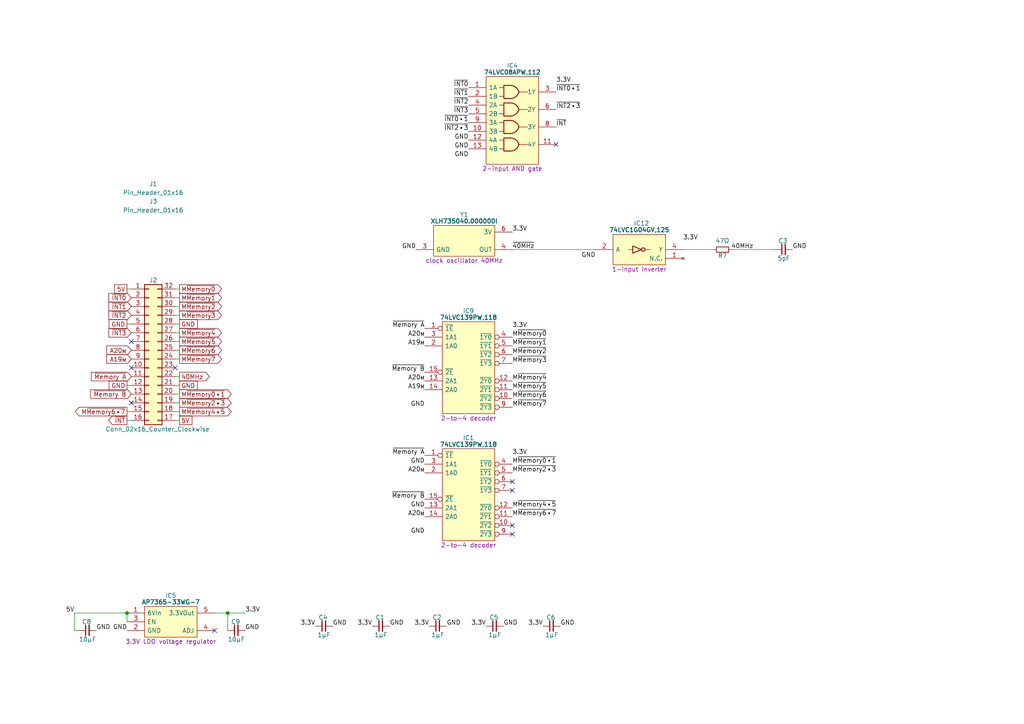
<source format=kicad_sch>
(kicad_sch (version 20250114) (generator "eeschema") (generator_version "9.0")
  (paper "A4")
  (title_block (title "Coprocessor Memory Select") (date "2025-06-17") (rev "V0"))
  (lib_symbols
    (symbol "Connector_Generic:Conn_02x16_Counter_Clockwise" (pin_names (offset 1.016) (hide yes))
      (property "Reference" "J" (at 1.27 20.32 0))
      (property "Value" "Conn_02x16_Counter_Clockwise" (at 1.27 -22.86 0))
      (symbol "Conn_02x16_Counter_Clockwise_1_1"
        (rectangle (start -1.27 19.05) (end 3.81 -21.59) (stroke (width 0.254)) (fill (type background)))
        (rectangle (start -1.27 17.907) (end 0 17.653) (stroke (width 0.1524)))
        (rectangle (start -1.27 15.367) (end 0 15.113) (stroke (width 0.1524)))
        (rectangle (start -1.27 12.827) (end 0 12.573) (stroke (width 0.1524)))
        (rectangle (start -1.27 10.287) (end 0 10.033) (stroke (width 0.1524)))
        (rectangle (start -1.27 7.747) (end 0 7.493) (stroke (width 0.1524)))
        (rectangle (start -1.27 5.207) (end 0 4.953) (stroke (width 0.1524)))
        (rectangle (start -1.27 2.667) (end 0 2.413) (stroke (width 0.1524)))
        (rectangle (start -1.27 0.127) (end 0 -0.127) (stroke (width 0.1524)))
        (rectangle (start -1.27 -2.413) (end 0 -2.667) (stroke (width 0.1524)))
        (rectangle (start -1.27 -4.953) (end 0 -5.207) (stroke (width 0.1524)))
        (rectangle (start -1.27 -7.493) (end 0 -7.747) (stroke (width 0.1524)))
        (rectangle (start -1.27 -10.033) (end 0 -10.287) (stroke (width 0.1524)))
        (rectangle (start -1.27 -12.573) (end 0 -12.827) (stroke (width 0.1524)))
        (rectangle (start -1.27 -15.113) (end 0 -15.367) (stroke (width 0.1524)))
        (rectangle (start -1.27 -17.653) (end 0 -17.907) (stroke (width 0.1524)))
        (rectangle (start -1.27 -20.193) (end 0 -20.447) (stroke (width 0.1524)))
        (rectangle (start 3.81 17.907) (end 2.54 17.653) (stroke (width 0.1524)))
        (rectangle (start 3.81 15.367) (end 2.54 15.113) (stroke (width 0.1524)))
        (rectangle (start 3.81 12.827) (end 2.54 12.573) (stroke (width 0.1524)))
        (rectangle (start 3.81 10.287) (end 2.54 10.033) (stroke (width 0.1524)))
        (rectangle (start 3.81 7.747) (end 2.54 7.493) (stroke (width 0.1524)))
        (rectangle (start 3.81 5.207) (end 2.54 4.953) (stroke (width 0.1524)))
        (rectangle (start 3.81 2.667) (end 2.54 2.413) (stroke (width 0.1524)))
        (rectangle (start 3.81 0.127) (end 2.54 -0.127) (stroke (width 0.1524)))
        (rectangle (start 3.81 -2.413) (end 2.54 -2.667) (stroke (width 0.1524)))
        (rectangle (start 3.81 -4.953) (end 2.54 -5.207) (stroke (width 0.1524)))
        (rectangle (start 3.81 -7.493) (end 2.54 -7.747) (stroke (width 0.1524)))
        (rectangle (start 3.81 -10.033) (end 2.54 -10.287) (stroke (width 0.1524)))
        (rectangle (start 3.81 -12.573) (end 2.54 -12.827) (stroke (width 0.1524)))
        (rectangle (start 3.81 -15.113) (end 2.54 -15.367) (stroke (width 0.1524)))
        (rectangle (start 3.81 -17.653) (end 2.54 -17.907) (stroke (width 0.1524)))
        (rectangle (start 3.81 -20.193) (end 2.54 -20.447) (stroke (width 0.1524)))
        (pin passive line (at -5.08 17.78 0) (length 3.81) (name "Pin_1") (number "1"))
        (pin passive line (at -5.08 15.24 0) (length 3.81) (name "Pin_2") (number "2"))
        (pin passive line (at -5.08 12.7 0) (length 3.81) (name "Pin_3") (number "3"))
        (pin passive line (at -5.08 10.16 0) (length 3.81) (name "Pin_4") (number "4"))
        (pin passive line (at -5.08 7.62 0) (length 3.81) (name "Pin_5") (number "5"))
        (pin passive line (at -5.08 5.08 0) (length 3.81) (name "Pin_6") (number "6"))
        (pin passive line (at -5.08 2.54 0) (length 3.81) (name "Pin_7") (number "7"))
        (pin passive line (at -5.08 0 0) (length 3.81) (name "Pin_8") (number "8"))
        (pin passive line (at -5.08 -2.54 0) (length 3.81) (name "Pin_9") (number "9"))
        (pin passive line (at -5.08 -5.08 0) (length 3.81) (name "Pin_10") (number "10"))
        (pin passive line (at -5.08 -7.62 0) (length 3.81) (name "Pin_11") (number "11"))
        (pin passive line (at -5.08 -10.16 0) (length 3.81) (name "Pin_12") (number "12"))
        (pin passive line (at -5.08 -12.7 0) (length 3.81) (name "Pin_13") (number "13"))
        (pin passive line (at -5.08 -15.24 0) (length 3.81) (name "Pin_14") (number "14"))
        (pin passive line (at -5.08 -17.78 0) (length 3.81) (name "Pin_15") (number "15"))
        (pin passive line (at -5.08 -20.32 0) (length 3.81) (name "Pin_16") (number "16"))
        (pin passive line (at 7.62 17.78 180) (length 3.81) (name "Pin_32") (number "32"))
        (pin passive line (at 7.62 15.24 180) (length 3.81) (name "Pin_31") (number "31"))
        (pin passive line (at 7.62 12.7 180) (length 3.81) (name "Pin_30") (number "30"))
        (pin passive line (at 7.62 10.16 180) (length 3.81) (name "Pin_29") (number "29"))
        (pin passive line (at 7.62 7.62 180) (length 3.81) (name "Pin_28") (number "28"))
        (pin passive line (at 7.62 5.08 180) (length 3.81) (name "Pin_27") (number "27"))
        (pin passive line (at 7.62 2.54 180) (length 3.81) (name "Pin_26") (number "26"))
        (pin passive line (at 7.62 0 180) (length 3.81) (name "Pin_25") (number "25"))
        (pin passive line (at 7.62 -2.54 180) (length 3.81) (name "Pin_24") (number "24"))
        (pin passive line (at 7.62 -5.08 180) (length 3.81) (name "Pin_23") (number "23"))
        (pin passive line (at 7.62 -7.62 180) (length 3.81) (name "Pin_22") (number "22"))
        (pin passive line (at 7.62 -10.16 180) (length 3.81) (name "Pin_21") (number "21"))
        (pin passive line (at 7.62 -12.7 180) (length 3.81) (name "Pin_20") (number "20"))
        (pin passive line (at 7.62 -15.24 180) (length 3.81) (name "Pin_19") (number "19"))
        (pin passive line (at 7.62 -17.78 180) (length 3.81) (name "Pin_18") (number "18"))
        (pin passive line (at 7.62 -20.32 180) (length 3.81) (name "Pin_17") (number "17"))
      )
    )
    (symbol "Diodes_Inc:AP7365-33WG-7" (pin_names (offset 0.762))
      (property "Reference" "IC" (at 12.7 5.08 0))
      (property "Value" "AP7365-33WG-7" (at 12.7 3.175 0))
      (property "Description" "3.3V LDO voltage regulator" (at 12.7 -8.255 0))
      (symbol "AP7365-33WG-7_0_0"
        (pin input line (at 0 -2.54 0) (length 5.08) (name "EN") (number "3"))
        (pin passive line (at 0 -5.08 0) (length 5.08) (name "GND") (number "2"))
        (pin passive line (at 25.4 -5.08 180) (length 5.08) (name "ADJ") (number "4"))
      )
      (symbol "AP7365-33WG-7_0_1"
        (polyline (pts (xy 5.08 1.905) (xy 20.32 1.905) (xy 20.32 -6.985) (xy 5.08 -6.985) (xy 5.08 1.905)) (fill (type background)))
      )
      (symbol "AP7365-33WG-7_1_0"
        (pin passive line (at 0 0 0) (length 5.08) (name "6VIn") (number "1"))
        (pin passive line (at 25.4 0 180) (length 5.08) (name "3.3VOut") (number "5"))
      )
    )
    (symbol "HCP65:C_0805" (pin_numbers (hide yes)) (pin_names (offset 0.254) (hide yes))
      (property "Reference" "C" (at 2.286 2.54 0))
      (property "Value" "?μF" (at 2.54 -2.54 0))
      (symbol "C_0805_0_1"
        (polyline (pts (xy 1.9685 -1.4605) (xy 1.9685 1.5875)) (stroke (width 0.3048)))
        (polyline (pts (xy 2.9845 -1.4605) (xy 2.9845 1.5875)) (stroke (width 0.3302)))
      )
      (symbol "C_0805_1_1"
        (pin passive line (at 0 0 0) (length 2.032) (name "~") (number "1"))
        (pin passive line (at 5.08 0 180) (length 2.032) (name "~") (number "2"))
      )
    )
    (symbol "HCP65:Pin_Header_01x32" (pin_names (offset 1.016) (hide yes))
      (property "Reference" "J" (at 0 1.27 0))
      (property "Value" "Pin_Header_01x32" (at 0 -1.27 0))
    )
    (symbol "HCP65:R_0805" (pin_numbers (hide yes)) (pin_names (hide yes))
      (property "Reference" "R" (at 2.54 1.778 0))
      (property "Value" "?Ω" (at 2.54 -1.905 0))
      (symbol "R_0805_0_1"
        (rectangle (start 0.762 0.762) (end 4.318 -0.762) (stroke (width 0.2032)))
      )
      (symbol "R_0805_1_1"
        (pin passive line (at 0 0 0) (length 0.72) (name "~") (number "1"))
        (pin passive line (at 5.08 0 180) (length 0.72) (name "~") (number "2"))
      )
    )
    (symbol "Nexperia:74LVC08APW,112" (pin_names (offset 0.762))
      (property "Reference" "IC" (at 12.7 6.35 0))
      (property "Value" "74LVC08APW,112" (at 12.7 4.445 0))
      (property "Description" "2-input AND gate" (at 12.7 -23.495 0))
      (symbol "74LVC08APW,112_0_0"
        (pin input line (at 0 0 0) (length 5.08) (name "1A") (number "1"))
        (pin input line (at 0 -2.54 0) (length 5.08) (name "1B") (number "2"))
        (pin input line (at 0 -5.08 0) (length 5.08) (name "2A") (number "4"))
        (pin input line (at 0 -7.62 0) (length 5.08) (name "2B") (number "5"))
        (pin input line (at 0 -10.16 0) (length 5.08) (name "3A") (number "9"))
        (pin input line (at 0 -12.7 0) (length 5.08) (name "3B") (number "10"))
        (pin input line (at 0 -15.24 0) (length 5.08) (name "4A") (number "12"))
        (pin input line (at 0 -17.78 0) (length 5.08) (name "4B") (number "13"))
        (pin passive line (at 0 -20.32 0) (length 5.08) (hide yes) (name "GND") (number "7"))
        (pin passive line (at 25.4 1.27 180) (length 5.08) (hide yes) (name "3V") (number "14"))
        (pin passive line (at 25.4 -1.27 180) (length 5.08) (name "1Y") (number "3"))
        (pin output line (at 25.4 -6.35 180) (length 5.08) (name "2Y") (number "6"))
        (pin output line (at 25.4 -11.43 180) (length 5.08) (name "3Y") (number "8"))
        (pin output line (at 25.4 -16.51 180) (length 5.08) (name "4Y") (number "11"))
      )
      (symbol "74LVC08APW,112_0_1"
        (polyline (pts (xy 5.08 3.175) (xy 20.32 3.175) (xy 20.32 -22.225) (xy 5.08 -22.225) (xy 5.08 3.175)) (stroke (width 0.1524)) (fill (type background)))
        (polyline (pts (xy 8.89 0) (xy 10.1599 0)))
        (polyline (pts (xy 8.89 -2.54) (xy 10.1599 -2.54)))
        (polyline (pts (xy 8.89 -5.08) (xy 10.1599 -5.08)))
        (polyline (pts (xy 8.89 -7.62) (xy 10.1599 -7.62)))
        (polyline (pts (xy 8.89 -10.16) (xy 10.1599 -10.16)))
        (polyline (pts (xy 8.89 -12.7) (xy 10.1599 -12.7)))
        (polyline (pts (xy 8.89 -15.24) (xy 10.1599 -15.24)))
        (polyline (pts (xy 8.89 -17.78) (xy 10.1599 -17.78)))
        (polyline (pts (xy 10.248 0.635) (xy 10.248 -3.175)) (stroke (width 0.254)) (fill (type background)))
        (polyline (pts (xy 10.248 -4.445) (xy 10.248 -8.255)) (stroke (width 0.254)) (fill (type background)))
        (polyline (pts (xy 10.248 -9.525) (xy 10.248 -13.335)) (stroke (width 0.254)) (fill (type background)))
        (polyline (pts (xy 10.248 -14.605) (xy 10.248 -18.415)) (stroke (width 0.254)) (fill (type background)))
        (polyline (pts (xy 12.065 0.635) (xy 10.248 0.635)) (stroke (width 0.254)) (fill (type background)))
        (polyline (pts (xy 12.065 -3.175) (xy 10.248 -3.175)) (stroke (width 0.254)) (fill (type background)))
        (polyline (pts (xy 12.065 -4.445) (xy 10.248 -4.445)) (stroke (width 0.254)) (fill (type background)))
        (polyline (pts (xy 12.065 -8.255) (xy 10.248 -8.255)) (stroke (width 0.254)) (fill (type background)))
        (polyline (pts (xy 12.065 -9.525) (xy 10.248 -9.525)) (stroke (width 0.254)) (fill (type background)))
        (polyline (pts (xy 12.065 -13.335) (xy 10.248 -13.335)) (stroke (width 0.254)) (fill (type background)))
        (polyline (pts (xy 12.065 -14.605) (xy 10.248 -14.605)) (stroke (width 0.254)) (fill (type background)))
        (polyline (pts (xy 12.065 -18.415) (xy 10.248 -18.415)) (stroke (width 0.254)) (fill (type background)))
        (arc (start 14.605 -1.27) (mid 13.6635 -2.6605) (end 12.065 -3.175) (stroke (width 0.254)))
        (arc (start 14.605 -6.35) (mid 13.6635 -7.7405) (end 12.065 -8.255) (stroke (width 0.254)))
        (arc (start 14.605 -11.43) (mid 13.6635 -12.8205) (end 12.065 -13.335) (stroke (width 0.254)))
        (arc (start 14.605 -16.51) (mid 13.6635 -17.9005) (end 12.065 -18.415) (stroke (width 0.254)))
        (arc (start 12.065 0.635) (mid 13.6649 0.1222) (end 14.605 -1.27) (stroke (width 0.254)))
        (arc (start 12.065 -4.445) (mid 13.6649 -4.9578) (end 14.605 -6.35) (stroke (width 0.254)))
        (arc (start 12.065 -9.525) (mid 13.6649 -10.0378) (end 14.605 -11.43) (stroke (width 0.254)))
        (arc (start 12.065 -14.605) (mid 13.6649 -15.1178) (end 14.605 -16.51) (stroke (width 0.254)))
        (polyline (pts (xy 14.605 -1.27) (xy 17.145 -1.27)))
        (polyline (pts (xy 14.605 -6.35) (xy 17.145 -6.35)))
        (polyline (pts (xy 14.605 -11.43) (xy 17.145 -11.43)))
        (polyline (pts (xy 14.605 -16.51) (xy 17.145 -16.51)))
      )
    )
    (symbol "Nexperia:74LVC139PW,118" (pin_names (offset 0.762))
      (property "Reference" "IC" (at 12.7 5.08 0))
      (property "Value" "74LVC139PW,118" (at 12.7 3.175 0))
      (property "Description" "2-to-4 decoder" (at 12.7 -26.035 0))
      (symbol "74LVC139PW,118_0_0"
        (pin passive inverted (at 0 0 0) (length 5.08) (name "~{1E}") (number "1"))
        (pin passive line (at 0 -2.54 0) (length 5.08) (name "1A1") (number "3"))
        (pin passive line (at 0 -5.08 0) (length 5.08) (name "1A0") (number "2"))
        (pin passive inverted (at 0 -12.7 0) (length 5.08) (name "~{2E}") (number "15"))
        (pin passive line (at 0 -15.24 0) (length 5.08) (name "2A1") (number "13"))
        (pin passive line (at 0 -17.78 0) (length 5.08) (name "2A0") (number "14"))
        (pin passive line (at 0 -22.86 0) (length 5.08) (hide yes) (name "GND") (number "8"))
        (pin passive line (at 25.4 0 180) (length 5.08) (hide yes) (name "3V") (number "16"))
        (pin passive inverted (at 25.4 -2.54 180) (length 5.08) (name "~{1Y0}") (number "4"))
        (pin passive inverted (at 25.4 -5.08 180) (length 5.08) (name "~{1Y1}") (number "5"))
        (pin passive inverted (at 25.4 -7.62 180) (length 5.08) (name "~{1Y2}") (number "6"))
        (pin passive inverted (at 25.4 -10.16 180) (length 5.08) (name "~{1Y3}") (number "7"))
        (pin passive inverted (at 25.4 -15.24 180) (length 5.08) (name "~{2Y0}") (number "12"))
        (pin passive inverted (at 25.4 -17.78 180) (length 5.08) (name "~{2Y1}") (number "11"))
        (pin passive inverted (at 25.4 -20.32 180) (length 5.08) (name "~{2Y2}") (number "10"))
        (pin passive inverted (at 25.4 -22.86 180) (length 5.08) (name "~{2Y3}") (number "9"))
      )
      (symbol "74LVC139PW,118_0_1"
        (polyline (pts (xy 5.08 1.905) (xy 20.32 1.905) (xy 20.32 -24.765) (xy 5.08 -24.765) (xy 5.08 1.905)) (stroke (width 0.1524)) (fill (type background)))
      )
    )
    (symbol "Nexperia:74LVC1G04GV,125" (pin_names (offset 0.762))
      (property "Reference" "IC" (at 13.335 5.08 0))
      (property "Value" "74LVC1G04GV,125" (at 12.7 3.175 0))
      (property "Description" "1-input inverter" (at 12.7 -8.255 0))
      (symbol "74LVC1G04GV,125_0_0"
        (pin input line (at 0 -2.54 0) (length 5.08) (name "A") (number "2"))
        (pin passive line (at 0 -5.08 0) (length 5.08) (hide yes) (name "GND") (number "3"))
        (pin passive line (at 25.4 0 180) (length 5.08) (hide yes) (name "3V") (number "5"))
        (pin output line (at 25.4 -2.54 180) (length 5.08) (name "Y") (number "4"))
        (pin no_connect line (at 25.4 -5.08 180) (length 5.08) (name "N.C.") (number "1"))
      )
      (symbol "74LVC1G04GV,125_0_1"
        (polyline (pts (xy 5.08 1.905) (xy 20.32 1.905) (xy 20.32 -6.985) (xy 5.08 -6.985) (xy 5.08 1.905)) (stroke (width 0.1524)) (fill (type background)))
        (polyline (pts (xy 9.525 -2.54) (xy 10.7949 -2.54)))
        (rectangle (start 10.795 -1.524) (end 10.795 -3.556) (stroke (width 0.254)) (fill (type background)))
        (polyline (pts (xy 10.795 -3.556) (xy 13.335 -2.54) (xy 10.795 -1.524)) (stroke (width 0.254)))
        (circle (center 13.843 -2.54) (radius 0.508) (stroke (width 0.254)))
        (polyline (pts (xy 14.351 -2.54) (xy 15.875 -2.54)))
      )
    )
    (symbol "Renesas:XLH735040.000000I" (pin_names (offset 0.762))
      (property "Reference" "Y" (at 13.97 5.08 0))
      (property "Value" "XLH735040.000000I" (at 13.97 3.175 0))
      (property "Description" "clock oscillator 40MHz" (at 13.97 -8.255 0))
      (symbol "XLH735040.000000I_0_0"
        (pin no_connect line (at 0 0 0) (length 5.08) (hide yes) (name "E/D") (number "1"))
        (pin no_connect line (at 0 -2.54 0) (length 5.08) (hide yes) (name "NC") (number "2"))
        (pin no_connect line (at 27.94 -2.54 180) (length 5.08) (hide yes) (name "OUT2") (number "5"))
        (pin output line (at 27.94 -5.08 180) (length 5.08) (name "OUT") (number "4"))
      )
      (symbol "XLH735040.000000I_0_1"
        (polyline (pts (xy 5.08 1.905) (xy 22.86 1.905) (xy 22.86 -6.985) (xy 5.08 -6.985) (xy 5.08 1.905)) (stroke (width 0.1524)) (fill (type background)))
      )
      (symbol "XLH735040.000000I_1_0"
        (pin passive line (at 0 -5.08 0) (length 5.08) (name "GND") (number "3"))
        (pin passive line (at 27.94 0 180) (length 5.08) (name "3V") (number "6"))
      )
    )
  )
  (junction (at 36.83 177.8))
  (junction (at 66.04 177.8))
  (no_connect (at 161.29 41.91))
  (no_connect (at 38.1 106.68))
  (no_connect (at 38.1 99.06))
  (no_connect (at 148.59 139.7))
  (no_connect (at 62.23 182.88))
  (no_connect (at 148.59 152.4))
  (no_connect (at 38.1 116.84))
  (no_connect (at 50.8 106.68))
  (no_connect (at 148.59 154.94))
  (no_connect (at 148.59 142.24))
  (wire (pts (xy 198.12 72.39) (xy 207.01 72.39)))
  (wire (pts (xy 36.83 119.38) (xy 38.1 119.38)))
  (wire (pts (xy 66.04 182.88) (xy 66.04 177.8)))
  (wire (pts (xy 212.09 72.39) (xy 224.79 72.39)))
  (wire (pts (xy 21.59 177.8) (xy 36.83 177.8)))
  (wire (pts (xy 52.07 109.22) (xy 50.8 109.22)))
  (wire (pts (xy 36.83 121.92) (xy 38.1 121.92)))
  (wire (pts (xy 52.07 91.44) (xy 50.8 91.44)))
  (wire (pts (xy 36.83 111.76) (xy 38.1 111.76)))
  (wire (pts (xy 36.83 177.8) (xy 36.83 180.34)))
  (wire (pts (xy 52.07 96.52) (xy 50.8 96.52)))
  (wire (pts (xy 52.07 119.38) (xy 50.8 119.38)))
  (wire (pts (xy 52.07 88.9) (xy 50.8 88.9)))
  (wire (pts (xy 52.07 86.36) (xy 50.8 86.36)))
  (wire (pts (xy 52.07 116.84) (xy 50.8 116.84)))
  (wire (pts (xy 52.07 111.76) (xy 50.8 111.76)))
  (wire (pts (xy 36.83 93.98) (xy 38.1 93.98)))
  (wire (pts (xy 62.23 177.8) (xy 66.04 177.8)))
  (wire (pts (xy 52.07 104.14) (xy 50.8 104.14)))
  (wire (pts (xy 52.07 101.6) (xy 50.8 101.6)))
  (wire (pts (xy 21.59 177.8) (xy 21.59 182.88)))
  (wire (pts (xy 52.07 114.3) (xy 50.8 114.3)))
  (wire (pts (xy 52.07 121.92) (xy 50.8 121.92)))
  (wire (pts (xy 52.07 83.82) (xy 50.8 83.82)))
  (wire (pts (xy 21.59 182.88) (xy 22.86 182.88)))
  (wire (pts (xy 52.07 99.06) (xy 50.8 99.06)))
  (wire (pts (xy 52.07 93.98) (xy 50.8 93.98)))
  (wire (pts (xy 66.04 177.8) (xy 71.12 177.8)))
  (wire (pts (xy 36.83 83.82) (xy 38.1 83.82)))
  (wire (pts (xy 148.59 72.39) (xy 172.72 72.39)))
  (label "GND" (at 96.52 181.61 0))
  (label "GND" (at 135.89 45.72 180))
  (label "M~{Memory1}" (at 148.59 100.33 0))
  (label "GND" (at 71.12 182.88 0))
  (label "GND" (at 135.89 43.18 180))
  (label "GND" (at 135.89 40.64 180))
  (label "A19_{M}" (at 123.19 100.33 180))
  (label "A19_{M}" (at 123.19 113.03 180))
  (label "GND" (at 123.19 118.11 180))
  (label "~{INT0•1}" (at 161.29 26.67 0))
  (label "~{INT2}" (at 135.89 30.48 180))
  (label "M~{Memory4•5}" (at 148.59 147.32 0))
  (label "M~{Memory0•1}" (at 148.59 134.62 0))
  (label "~{INT0•1}" (at 135.89 35.56 180))
  (label "GND" (at 27.94 182.88 0))
  (label "5V" (at 21.59 177.8 180))
  (label "M~{Memory7}" (at 148.59 118.11 0))
  (label "~{40MHz}" (at 148.59 72.39 0))
  (label "~{INT3}" (at 135.89 33.02 180))
  (label "M~{Memory2•3}" (at 148.59 137.16 0))
  (label "GND" (at 123.19 147.32 180))
  (label "3.3V" (at 198.12 69.85 0))
  (label "40MHz" (at 212.09 72.39 0))
  (label "M~{Memory6}" (at 148.59 115.57 0))
  (label "GND" (at 120.65 72.39 180))
  (label "GND" (at 36.83 182.88 180))
  (label "A20_{M}" (at 123.19 110.49 180))
  (label "GND" (at 162.56 181.61 0))
  (label "~{INT2•3}" (at 161.29 31.75 0))
  (label "~{Memory B}" (at 123.19 144.78 180))
  (label "GND" (at 129.54 181.61 0))
  (label "A20_{M}" (at 123.19 149.86 180))
  (label "3.3V" (at 148.59 67.31 0))
  (label "3.3V" (at 124.46 181.61 180))
  (label "3.3V" (at 107.95 181.61 180))
  (label "M~{Memory3}" (at 148.59 105.41 0))
  (label "~{Memory A}" (at 123.19 132.08 180))
  (label "GND" (at 123.19 154.94 180))
  (label "M~{Memory4}" (at 148.59 110.49 0))
  (label "GND" (at 123.19 134.62 180))
  (label "M~{Memory2}" (at 148.59 102.87 0))
  (label "GND" (at 172.72 74.93 180))
  (label "M~{Memory5}" (at 148.59 113.03 0))
  (label "GND" (at 146.05 181.61 0))
  (label "3.3V" (at 71.12 177.8 0))
  (label "~{INT1}" (at 135.89 27.94 180))
  (label "~{INT}" (at 161.29 36.83 0))
  (label "~{INT0}" (at 135.89 25.4 180))
  (label "M~{Memory6•7}" (at 148.59 149.86 0))
  (label "A20_{M}" (at 123.19 137.16 180))
  (label "GND" (at 229.87 72.39 0))
  (label "A20_{M}" (at 123.19 97.79 180))
  (label "GND" (at 113.03 181.61 0))
  (label "3.3V" (at 91.44 181.61 180))
  (label "M~{Memory0}" (at 148.59 97.79 0))
  (label "3.3V" (at 161.29 24.13 0))
  (label "~{INT2•3}" (at 135.89 38.1 180))
  (label "~{Memory A}" (at 123.19 95.25 180))
  (label "3.3V" (at 157.48 181.61 180))
  (label "3.3V" (at 148.59 95.25 0))
  (label "3.3V" (at 148.59 132.08 0))
  (label "~{Memory B}" (at 123.19 107.95 180))
  (label "3.3V" (at 140.97 181.61 180))
  (global_label "M~{Memory6}" (shape output) (at 52.07 101.6 0) (property "Intersheetrefs" "${INTERSHEET_REFS}" (effects (hide yes))))
  (global_label "A20_{M}" (shape input) (at 38.1 101.6 180) (property "Intersheetrefs" "${INTERSHEET_REFS}" (effects (hide yes))))
  (global_label "M~{Memory0•1}" (shape output) (at 52.07 114.3 0) (property "Intersheetrefs" "${INTERSHEET_REFS}" (effects (hide yes))))
  (global_label "M~{Memory4}" (shape output) (at 52.07 96.52 0) (property "Intersheetrefs" "${INTERSHEET_REFS}" (effects (hide yes))))
  (global_label "40MHz" (shape output) (at 52.07 109.22 0) (property "Intersheetrefs" "${INTERSHEET_REFS}" (effects (hide yes))))
  (global_label "GND" (shape passive) (at 36.83 111.76 180) (property "Intersheetrefs" "${INTERSHEET_REFS}" (effects (hide yes))))
  (global_label "M~{Memory4•5}" (shape output) (at 52.07 119.38 0) (property "Intersheetrefs" "${INTERSHEET_REFS}" (effects (hide yes))))
  (global_label "M~{Memory7}" (shape output) (at 52.07 104.14 0) (property "Intersheetrefs" "${INTERSHEET_REFS}" (effects (hide yes))))
  (global_label "M~{Memory5}" (shape output) (at 52.07 99.06 0) (property "Intersheetrefs" "${INTERSHEET_REFS}" (effects (hide yes))))
  (global_label "5V" (shape passive) (at 52.07 121.92 0) (property "Intersheetrefs" "${INTERSHEET_REFS}" (effects (hide yes))))
  (global_label "~{INT}" (shape output) (at 36.83 121.92 180) (property "Intersheetrefs" "${INTERSHEET_REFS}" (effects (hide yes))))
  (global_label "GND" (shape passive) (at 36.83 93.98 180) (property "Intersheetrefs" "${INTERSHEET_REFS}" (effects (hide yes))))
  (global_label "5V" (shape passive) (at 36.83 83.82 180) (property "Intersheetrefs" "${INTERSHEET_REFS}" (effects (hide yes))))
  (global_label "~{INT3}" (shape input) (at 38.1 96.52 180) (property "Intersheetrefs" "${INTERSHEET_REFS}" (effects (hide yes))))
  (global_label "M~{Memory3}" (shape output) (at 52.07 91.44 0) (property "Intersheetrefs" "${INTERSHEET_REFS}" (effects (hide yes))))
  (global_label "GND" (shape passive) (at 52.07 93.98 0) (property "Intersheetrefs" "${INTERSHEET_REFS}" (effects (hide yes))))
  (global_label "M~{Memory2•3}" (shape output) (at 52.07 116.84 0) (property "Intersheetrefs" "${INTERSHEET_REFS}" (effects (hide yes))))
  (global_label "M~{Memory6•7}" (shape output) (at 36.83 119.38 180) (property "Intersheetrefs" "${INTERSHEET_REFS}" (effects (hide yes))))
  (global_label "~{INT1}" (shape input) (at 38.1 88.9 180) (property "Intersheetrefs" "${INTERSHEET_REFS}" (effects (hide yes))))
  (global_label "M~{Memory0}" (shape output) (at 52.07 83.82 0) (property "Intersheetrefs" "${INTERSHEET_REFS}" (effects (hide yes))))
  (global_label "GND" (shape passive) (at 52.07 111.76 0) (property "Intersheetrefs" "${INTERSHEET_REFS}" (effects (hide yes))))
  (global_label "M~{Memory2}" (shape output) (at 52.07 88.9 0) (property "Intersheetrefs" "${INTERSHEET_REFS}" (effects (hide yes))))
  (global_label "M~{Memory1}" (shape output) (at 52.07 86.36 0) (property "Intersheetrefs" "${INTERSHEET_REFS}" (effects (hide yes))))
  (global_label "~{Memory A}" (shape input) (at 38.1 109.22 180) (property "Intersheetrefs" "${INTERSHEET_REFS}" (effects (hide yes))))
  (global_label "~{INT2}" (shape input) (at 38.1 91.44 180) (property "Intersheetrefs" "${INTERSHEET_REFS}" (effects (hide yes))))
  (global_label "~{INT0}" (shape input) (at 38.1 86.36 180) (property "Intersheetrefs" "${INTERSHEET_REFS}" (effects (hide yes))))
  (global_label "~{Memory B}" (shape input) (at 38.1 114.3 180) (property "Intersheetrefs" "${INTERSHEET_REFS}" (effects (hide yes))))
  (global_label "A19_{M}" (shape input) (at 38.1 104.14 180) (property "Intersheetrefs" "${INTERSHEET_REFS}" (effects (hide yes))))
  (symbol (lib_id "Nexperia:74LVC1G04GV,125") (at 172.72 69.85 0) (unit 1)
    (property "Reference" "IC12" (at 186.055 64.77 0))
    (property "Value" "74LVC1G04GV,125" (at 185.42 66.675 0) (effects (font (bold yes))))
    (property "Footprint" "SamacSys_Parts:SOT95P275X110-5N" (effects (hide yes)))
    (property "Datasheet" "https://assets.nexperia.com/documents/data-sheet/74LVC1G04.pdf" (effects (hide yes)))
    (property "Description" "1-input inverter" (at 185.42 78.105 0))
    (property "Height" "1.1" (effects (hide yes)))
    (property "Manufacturer_Name" "Nexperia" (effects (hide yes)))
    (property "Manufacturer_Part_Number" "74LVC1G04GV,125" (effects (hide yes)))
    (property "Mouser Part Number" "771-74LVC1G04GV" (effects (hide yes)))
    (property "Mouser Price/Stock" "https://www.mouser.co.uk/ProductDetail/Nexperia/74LVC1G04GV125?qs=me8TqzrmIYW6McwMAxl%2F9w%3D%3D" (effects (hide yes)))
    (property "Silkscreen" "'1G04" (effects (hide yes)))
  )
  (symbol (lib_id "HCP65:C_0805") (at 124.46 181.61 0) (unit 1)
    (property "Reference" "C2" (at 126.746 179.07 0))
    (property "Value" "1μF" (at 127 184.15 0))
    (property "Footprint" "SamacSys_Parts:C_0805" (effects (hide yes)))
  )
  (symbol (lib_id "HCP65:C_0805") (at 91.44 181.61 0) (unit 1)
    (property "Reference" "C4" (at 93.726 179.07 0))
    (property "Value" "1μF" (at 93.98 184.15 0))
    (property "Footprint" "SamacSys_Parts:C_0805" (effects (hide yes)))
  )
  (symbol (lib_id "Nexperia:74LVC139PW,118") (at 123.19 132.08 0) (unit 1)
    (property "Reference" "IC1" (at 135.89 127 0))
    (property "Value" "74LVC139PW,118" (at 135.89 128.905 0) (effects (font (bold yes))))
    (property "Footprint" "SamacSys_Parts:SOP65P640X110-16N" (effects (hide yes)))
    (property "Datasheet" "https://assets.nexperia.com/documents/data-sheet/74LVC139.pdf" (effects (hide yes)))
    (property "Description" "2-to-4 decoder" (at 135.89 158.115 0))
    (property "Height" "1.1" (effects (hide yes)))
    (property "Mouser Part Number" "771-74LVC139PW-T" (effects (hide yes)))
    (property "Mouser Price/Stock" "https://www.mouser.co.uk/ProductDetail/Nexperia/74LVC139PW118?qs=me8TqzrmIYVduxUT%2FTAZPg%3D%3D" (effects (hide yes)))
    (property "Manufacturer_Name" "Nexperia" (effects (hide yes)))
    (property "Manufacturer_Part_Number" "74LVC139PW,118" (effects (hide yes)))
    (property "Silkscreen" "74LVC139" (effects (hide yes)))
  )
  (symbol (lib_id "HCP65:Pin_Header_01x32") (at 44.45 54.61 0) (mirror y) (unit 1)
    (property "Reference" "J1" (at 44.45 53.34 0))
    (property "Value" "Pin_Header_01x16" (at 44.45 55.88 0))
    (property "Footprint" "SamacSys_Parts:PinHeader_1x16_P2.54mm_Vertical" (effects (hide yes)))
  )
  (symbol (lib_id "HCP65:C_0805") (at 140.97 181.61 0) (unit 1)
    (property "Reference" "C5" (at 143.256 179.07 0))
    (property "Value" "1μF" (at 143.51 184.15 0))
    (property "Footprint" "SamacSys_Parts:C_0805" (effects (hide yes)))
  )
  (symbol (lib_id "HCP65:R_0805") (at 212.09 72.39 180) (unit 1)
    (property "Reference" "R7" (at 209.55 74.168 0))
    (property "Value" "47Ω" (at 209.55 69.85 0))
    (property "Footprint" "SamacSys_Parts:R_0805" (effects (hide yes)))
  )
  (symbol (lib_id "HCP65:C_0805") (at 22.86 182.88 0) (unit 1)
    (property "Reference" "C8" (at 25.146 180.34 0))
    (property "Value" "10µF" (at 22.86 185.42 0) (effects (justify left)))
    (property "Footprint" "SamacSys_Parts:C_0805" (effects (hide yes)))
  )
  (symbol (lib_id "Nexperia:74LVC08APW,112") (at 135.89 25.4 0) (unit 1)
    (property "Reference" "IC4" (at 148.59 19.05 0))
    (property "Value" "74LVC08APW,112" (at 148.59 20.955 0) (effects (font (bold yes))))
    (property "Footprint" "SamacSys_Parts:SOP65P640X110-14N" (effects (hide yes)))
    (property "Datasheet" "https://assets.nexperia.com/documents/data-sheet/74LVC08A.pdf" (effects (hide yes)))
    (property "Description" "2-input AND gate" (at 148.59 48.895 0))
    (property "Height" "1.1" (effects (hide yes)))
    (property "Manufacturer_Name" "Nexperia" (effects (hide yes)))
    (property "Manufacturer_Part_Number" "74LVC08APW,112" (effects (hide yes)))
    (property "Mouser Part Number" "771-74LVC08APW" (effects (hide yes)))
    (property "Mouser Price/Stock" "https://www.mouser.com/Search/Refine.aspx?Keyword=771-74LVC08APW" (effects (hide yes)))
    (property "Silkscreen" "74LVC08" (effects (hide yes)))
  )
  (symbol (lib_id "HCP65:Pin_Header_01x32") (at 44.45 59.69 0) (unit 1)
    (property "Reference" "J3" (at 44.45 58.42 0))
    (property "Value" "Pin_Header_01x16" (at 44.45 60.96 0))
    (property "Footprint" "SamacSys_Parts:PinHeader_1x16_P2.54mm_Vertical" (effects (hide yes)))
  )
  (symbol (lib_id "Nexperia:74LVC139PW,118") (at 123.19 95.25 0) (unit 1)
    (property "Reference" "IC9" (at 135.89 90.17 0))
    (property "Value" "74LVC139PW,118" (at 135.89 92.075 0) (effects (font (bold yes))))
    (property "Footprint" "SamacSys_Parts:SOP65P640X110-16N" (effects (hide yes)))
    (property "Datasheet" "https://assets.nexperia.com/documents/data-sheet/74LVC139.pdf" (effects (hide yes)))
    (property "Description" "2-to-4 decoder" (at 135.89 121.285 0))
    (property "Height" "1.1" (effects (hide yes)))
    (property "Mouser Part Number" "771-74LVC139PW-T" (effects (hide yes)))
    (property "Mouser Price/Stock" "https://www.mouser.co.uk/ProductDetail/Nexperia/74LVC139PW118?qs=me8TqzrmIYVduxUT%2FTAZPg%3D%3D" (effects (hide yes)))
    (property "Manufacturer_Name" "Nexperia" (effects (hide yes)))
    (property "Manufacturer_Part_Number" "74LVC139PW,118" (effects (hide yes)))
    (property "Silkscreen" "74LVC139" (effects (hide yes)))
  )
  (symbol (lib_id "Diodes_Inc:AP7365-33WG-7") (at 36.83 177.8 0) (unit 1)
    (property "Reference" "IC5" (at 49.53 172.72 0))
    (property "Value" "AP7365-33WG-7" (at 49.53 174.625 0) (effects (font (bold yes))))
    (property "Footprint" "SamacSys_Parts:SOT95P285X130-5N" (effects (hide yes)))
    (property "Datasheet" "https://componentsearchengine.com/Datasheets/1/AP7365-33WG-7.pdf" (effects (hide yes)))
    (property "Description" "3.3V LDO voltage regulator" (at 49.53 186.055 0))
    (property "Height" "1.3" (effects (hide yes)))
    (property "Manufacturer_Name" "Diodes Inc." (effects (hide yes)))
    (property "Manufacturer_Part_Number" "AP7365-33WG-7" (effects (hide yes)))
    (property "Mouser Part Number" "621-AP7365-33WG-7" (effects (hide yes)))
    (property "Mouser Price/Stock" "https://www.mouser.co.uk/ProductDetail/Diodes-Incorporated/AP7365-33WG-7?qs=abZ1nkZpTuOZFvxvoFPL0w%3D%3D" (effects (hide yes)))
    (property "Arrow Part Number" "AP7365-33WG-7" (effects (hide yes)))
    (property "Arrow Price/Stock" "https://www.arrow.com/en/products/ap7365-33wg-7/diodes-incorporated?region=nac" (effects (hide yes)))
    (property "Silkscreen" "AP7365" (effects (hide yes)))
  )
  (symbol (lib_id "HCP65:C_0805") (at 157.48 181.61 0) (unit 1)
    (property "Reference" "C6" (at 159.766 179.07 0))
    (property "Value" "1μF" (at 160.02 184.15 0))
    (property "Footprint" "SamacSys_Parts:C_0805" (effects (hide yes)))
  )
  (symbol (lib_id "HCP65:C_0805") (at 66.04 182.88 0) (unit 1)
    (property "Reference" "C9" (at 68.326 180.34 0))
    (property "Value" "10µF" (at 66.04 185.42 0) (effects (justify left)))
    (property "Footprint" "SamacSys_Parts:C_0805" (effects (hide yes)))
  )
  (symbol (lib_id "Connector_Generic:Conn_02x16_Counter_Clockwise") (at 43.18 101.6 0) (unit 1)
    (property "Reference" "J2" (at 44.45 81.28 0))
    (property "Value" "Conn_02x16_Counter_Clockwise" (at 45.72 124.46 0))
    (property "Footprint" "SamacSys_Parts:DIP-32_Board_W22.86mm" (effects (hide yes)))
    (property "Description" "Generic connector, double row, 02x16, counter clockwise pin numbering scheme (similar to DIP package numbering), script generated (kicad-library-utils/schlib/autogen/connector/)" (effects (hide yes)))
  )
  (symbol (lib_id "HCP65:C_0805") (at 224.79 72.39 0) (unit 1)
    (property "Reference" "C3" (at 227.076 69.85 0))
    (property "Value" "5pF" (at 227.33 74.93 0))
    (property "Footprint" "SamacSys_Parts:C_0805" (effects (hide yes)))
  )
  (symbol (lib_id "Renesas:XLH735040.000000I") (at 120.65 67.31 0) (unit 1)
    (property "Reference" "Y1" (at 134.62 62.23 0))
    (property "Value" "XLH735040.000000I" (at 134.62 64.135 0) (effects (font (bold yes))))
    (property "Footprint" "SamacSys_Parts:XLH736074250000I" (effects (hide yes)))
    (property "Datasheet" "https://www.mouser.co.za/datasheet/2/698/REN_XL_Crystal_Oscillators_Datasheet_DST_20210818-1954959.pdf" (effects (hide yes)))
    (property "Description" "clock oscillator 40MHz" (at 134.62 75.565 0))
    (property "Height" "1.45" (effects (hide yes)))
    (property "Manufacturer_Name" "Renesas Electronics" (effects (hide yes)))
    (property "Manufacturer_Part_Number" "XLH735040.000000I" (effects (hide yes)))
    (property "Mouser Part Number" "972-LH735040.000000I" (effects (hide yes)))
    (property "Silkscreen" "XLH736040" (effects (hide yes)))
    (property "Garbage" "Standard Clock Oscillators 40 MHz, HCMOS 3.3V, 25 ppm" (effects (hide yes)))
  )
  (symbol (lib_id "HCP65:C_0805") (at 107.95 181.61 0) (unit 1)
    (property "Reference" "C1" (at 110.236 179.07 0))
    (property "Value" "1μF" (at 110.49 184.15 0))
    (property "Footprint" "SamacSys_Parts:C_0805" (effects (hide yes)))
  )
)
</source>
